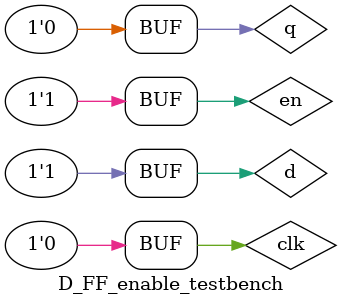
<source format=sv>
/*
Name: Veen Oung

Description: A simple D flip-flop logic with positive edge
             with enable. If enabled, set the output value
             to be the input value. Otherwise, retain the
             output value to its previous value.
*/
module D_FF_enable (q, d, en, clk);
    output logic q;
    input  logic d, en, clk;

    logic carryOver;
    logic [1:0] temp;

    assign temp[0] = q;
    assign temp[1] = d;
    D_FF dff1 (.q(q), .d(carryOver), .reset(1'b0), .clk(clk));

    mux2_1 dffEnable(.out(carryOver), .i0(temp[0]), .i1(temp[1]), .sel(en));
endmodule

module D_FF_enable_testbench();
    logic q;
    logic d, en, clk;

    D_FF_enable dut (.q, .d, .en, .clk);

    initial begin
        q = 0; d = 0; en = 0; clk = 0; #50;
                              clk = 1; #50;
                              clk = 0; #50;
                              clk = 1; #50;
                              clk = 0; #50;
                              
               d = 1;         clk = 0; #50;
                              clk = 1; #50;
                              clk = 0; #50;
                              clk = 1; #50;
                              clk = 0; #50;

                      en = 1; clk = 0; #50;
                              clk = 1; #50;
                              clk = 0; #50;
                              clk = 1; #50;
                              clk = 0; #50;
               
    end
endmodule
</source>
